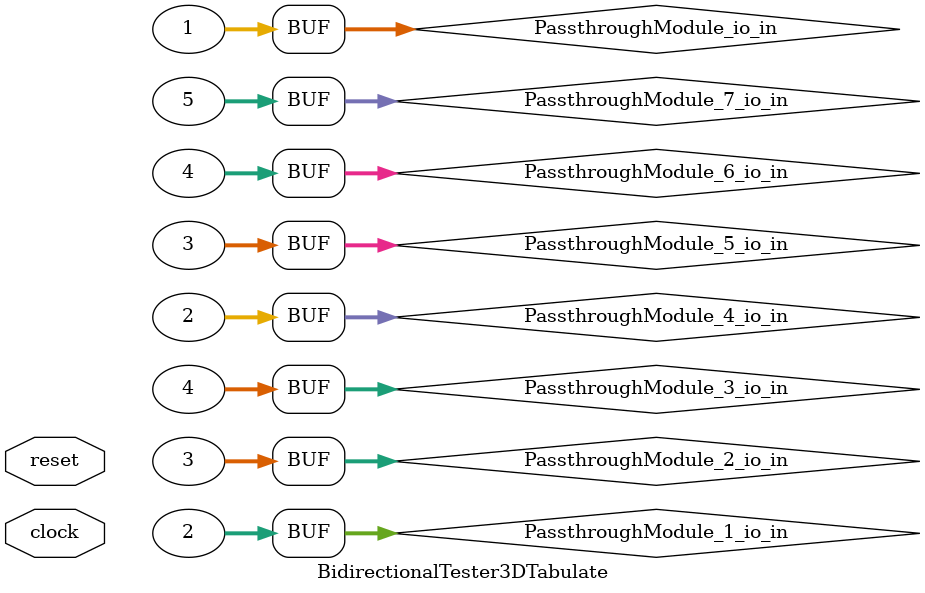
<source format=v>
module PassthroughModule(
  input  [31:0] io_in,
  output [31:0] io_out
);
  assign io_out = io_in; // @[Util.scala 19:10]
endmodule
module BidirectionalTester3DTabulate(
  input   clock,
  input   reset
);
  wire [31:0] PassthroughModule_io_in; // @[Vec.scala 225:30]
  wire [31:0] PassthroughModule_io_out; // @[Vec.scala 225:30]
  wire [31:0] PassthroughModule_1_io_in; // @[Vec.scala 225:30]
  wire [31:0] PassthroughModule_1_io_out; // @[Vec.scala 225:30]
  wire [31:0] PassthroughModule_2_io_in; // @[Vec.scala 225:30]
  wire [31:0] PassthroughModule_2_io_out; // @[Vec.scala 225:30]
  wire [31:0] PassthroughModule_3_io_in; // @[Vec.scala 225:30]
  wire [31:0] PassthroughModule_3_io_out; // @[Vec.scala 225:30]
  wire [31:0] PassthroughModule_4_io_in; // @[Vec.scala 225:30]
  wire [31:0] PassthroughModule_4_io_out; // @[Vec.scala 225:30]
  wire [31:0] PassthroughModule_5_io_in; // @[Vec.scala 225:30]
  wire [31:0] PassthroughModule_5_io_out; // @[Vec.scala 225:30]
  wire [31:0] PassthroughModule_6_io_in; // @[Vec.scala 225:30]
  wire [31:0] PassthroughModule_6_io_out; // @[Vec.scala 225:30]
  wire [31:0] PassthroughModule_7_io_in; // @[Vec.scala 225:30]
  wire [31:0] PassthroughModule_7_io_out; // @[Vec.scala 225:30]
  wire  _T_2 = ~reset; // @[Vec.scala 227:13]
  PassthroughModule PassthroughModule ( // @[Vec.scala 225:30]
    .io_in(PassthroughModule_io_in),
    .io_out(PassthroughModule_io_out)
  );
  PassthroughModule PassthroughModule_1 ( // @[Vec.scala 225:30]
    .io_in(PassthroughModule_1_io_in),
    .io_out(PassthroughModule_1_io_out)
  );
  PassthroughModule PassthroughModule_2 ( // @[Vec.scala 225:30]
    .io_in(PassthroughModule_2_io_in),
    .io_out(PassthroughModule_2_io_out)
  );
  PassthroughModule PassthroughModule_3 ( // @[Vec.scala 225:30]
    .io_in(PassthroughModule_3_io_in),
    .io_out(PassthroughModule_3_io_out)
  );
  PassthroughModule PassthroughModule_4 ( // @[Vec.scala 225:30]
    .io_in(PassthroughModule_4_io_in),
    .io_out(PassthroughModule_4_io_out)
  );
  PassthroughModule PassthroughModule_5 ( // @[Vec.scala 225:30]
    .io_in(PassthroughModule_5_io_in),
    .io_out(PassthroughModule_5_io_out)
  );
  PassthroughModule PassthroughModule_6 ( // @[Vec.scala 225:30]
    .io_in(PassthroughModule_6_io_in),
    .io_out(PassthroughModule_6_io_out)
  );
  PassthroughModule PassthroughModule_7 ( // @[Vec.scala 225:30]
    .io_in(PassthroughModule_7_io_in),
    .io_out(PassthroughModule_7_io_out)
  );
  assign PassthroughModule_io_in = 32'h1; // @[Vec.scala 217:{43,43}]
  assign PassthroughModule_1_io_in = 32'h2; // @[Vec.scala 217:{43,43}]
  assign PassthroughModule_2_io_in = 32'h3; // @[Vec.scala 217:{43,43}]
  assign PassthroughModule_3_io_in = 32'h4; // @[Vec.scala 217:{43,43}]
  assign PassthroughModule_4_io_in = 32'h2; // @[Vec.scala 217:{43,43}]
  assign PassthroughModule_5_io_in = 32'h3; // @[Vec.scala 217:{43,43}]
  assign PassthroughModule_6_io_in = 32'h4; // @[Vec.scala 217:{43,43}]
  assign PassthroughModule_7_io_in = 32'h5; // @[Vec.scala 217:{43,43}]
  always @(posedge clock) begin
    `ifndef SYNTHESIS
    `ifdef STOP_COND
      if (`STOP_COND) begin
    `endif
        if (~reset & ~(PassthroughModule_io_out == 32'h1)) begin
          $fatal; // @[Vec.scala 227:13]
        end
    `ifdef STOP_COND
      end
    `endif
    `endif // SYNTHESIS
    `ifndef SYNTHESIS
    `ifdef PRINTF_COND
      if (`PRINTF_COND) begin
    `endif
        if (~reset & ~(PassthroughModule_io_out == 32'h1)) begin
          $fwrite(32'h80000002,"Assertion failed\n    at Vec.scala:227 assert(receiveMod.out === value.U)\n"); // @[Vec.scala 227:13]
        end
    `ifdef PRINTF_COND
      end
    `endif
    `endif // SYNTHESIS
    `ifndef SYNTHESIS
    `ifdef STOP_COND
      if (`STOP_COND) begin
    `endif
        if (~reset & ~(PassthroughModule_1_io_out == 32'h2)) begin
          $fatal; // @[Vec.scala 227:13]
        end
    `ifdef STOP_COND
      end
    `endif
    `endif // SYNTHESIS
    `ifndef SYNTHESIS
    `ifdef PRINTF_COND
      if (`PRINTF_COND) begin
    `endif
        if (~reset & ~(PassthroughModule_1_io_out == 32'h2)) begin
          $fwrite(32'h80000002,"Assertion failed\n    at Vec.scala:227 assert(receiveMod.out === value.U)\n"); // @[Vec.scala 227:13]
        end
    `ifdef PRINTF_COND
      end
    `endif
    `endif // SYNTHESIS
    `ifndef SYNTHESIS
    `ifdef STOP_COND
      if (`STOP_COND) begin
    `endif
        if (~reset & ~(PassthroughModule_2_io_out == 32'h3)) begin
          $fatal; // @[Vec.scala 227:13]
        end
    `ifdef STOP_COND
      end
    `endif
    `endif // SYNTHESIS
    `ifndef SYNTHESIS
    `ifdef PRINTF_COND
      if (`PRINTF_COND) begin
    `endif
        if (~reset & ~(PassthroughModule_2_io_out == 32'h3)) begin
          $fwrite(32'h80000002,"Assertion failed\n    at Vec.scala:227 assert(receiveMod.out === value.U)\n"); // @[Vec.scala 227:13]
        end
    `ifdef PRINTF_COND
      end
    `endif
    `endif // SYNTHESIS
    `ifndef SYNTHESIS
    `ifdef STOP_COND
      if (`STOP_COND) begin
    `endif
        if (~reset & ~(PassthroughModule_3_io_out == 32'h4)) begin
          $fatal; // @[Vec.scala 227:13]
        end
    `ifdef STOP_COND
      end
    `endif
    `endif // SYNTHESIS
    `ifndef SYNTHESIS
    `ifdef PRINTF_COND
      if (`PRINTF_COND) begin
    `endif
        if (~reset & ~(PassthroughModule_3_io_out == 32'h4)) begin
          $fwrite(32'h80000002,"Assertion failed\n    at Vec.scala:227 assert(receiveMod.out === value.U)\n"); // @[Vec.scala 227:13]
        end
    `ifdef PRINTF_COND
      end
    `endif
    `endif // SYNTHESIS
    `ifndef SYNTHESIS
    `ifdef STOP_COND
      if (`STOP_COND) begin
    `endif
        if (~reset & ~(PassthroughModule_4_io_out == 32'h2)) begin
          $fatal; // @[Vec.scala 227:13]
        end
    `ifdef STOP_COND
      end
    `endif
    `endif // SYNTHESIS
    `ifndef SYNTHESIS
    `ifdef PRINTF_COND
      if (`PRINTF_COND) begin
    `endif
        if (~reset & ~(PassthroughModule_4_io_out == 32'h2)) begin
          $fwrite(32'h80000002,"Assertion failed\n    at Vec.scala:227 assert(receiveMod.out === value.U)\n"); // @[Vec.scala 227:13]
        end
    `ifdef PRINTF_COND
      end
    `endif
    `endif // SYNTHESIS
    `ifndef SYNTHESIS
    `ifdef STOP_COND
      if (`STOP_COND) begin
    `endif
        if (~reset & ~(PassthroughModule_5_io_out == 32'h3)) begin
          $fatal; // @[Vec.scala 227:13]
        end
    `ifdef STOP_COND
      end
    `endif
    `endif // SYNTHESIS
    `ifndef SYNTHESIS
    `ifdef PRINTF_COND
      if (`PRINTF_COND) begin
    `endif
        if (~reset & ~(PassthroughModule_5_io_out == 32'h3)) begin
          $fwrite(32'h80000002,"Assertion failed\n    at Vec.scala:227 assert(receiveMod.out === value.U)\n"); // @[Vec.scala 227:13]
        end
    `ifdef PRINTF_COND
      end
    `endif
    `endif // SYNTHESIS
    `ifndef SYNTHESIS
    `ifdef STOP_COND
      if (`STOP_COND) begin
    `endif
        if (~reset & ~(PassthroughModule_6_io_out == 32'h4)) begin
          $fatal; // @[Vec.scala 227:13]
        end
    `ifdef STOP_COND
      end
    `endif
    `endif // SYNTHESIS
    `ifndef SYNTHESIS
    `ifdef PRINTF_COND
      if (`PRINTF_COND) begin
    `endif
        if (~reset & ~(PassthroughModule_6_io_out == 32'h4)) begin
          $fwrite(32'h80000002,"Assertion failed\n    at Vec.scala:227 assert(receiveMod.out === value.U)\n"); // @[Vec.scala 227:13]
        end
    `ifdef PRINTF_COND
      end
    `endif
    `endif // SYNTHESIS
    `ifndef SYNTHESIS
    `ifdef STOP_COND
      if (`STOP_COND) begin
    `endif
        if (~reset & ~(PassthroughModule_7_io_out == 32'h5)) begin
          $fatal; // @[Vec.scala 227:13]
        end
    `ifdef STOP_COND
      end
    `endif
    `endif // SYNTHESIS
    `ifndef SYNTHESIS
    `ifdef PRINTF_COND
      if (`PRINTF_COND) begin
    `endif
        if (~reset & ~(PassthroughModule_7_io_out == 32'h5)) begin
          $fwrite(32'h80000002,"Assertion failed\n    at Vec.scala:227 assert(receiveMod.out === value.U)\n"); // @[Vec.scala 227:13]
        end
    `ifdef PRINTF_COND
      end
    `endif
    `endif // SYNTHESIS
    `ifndef SYNTHESIS
    `ifdef STOP_COND
      if (`STOP_COND) begin
    `endif
        if (_T_2) begin
          $finish; // @[Vec.scala 229:9]
        end
    `ifdef STOP_COND
      end
    `endif
    `endif // SYNTHESIS
  end
endmodule

</source>
